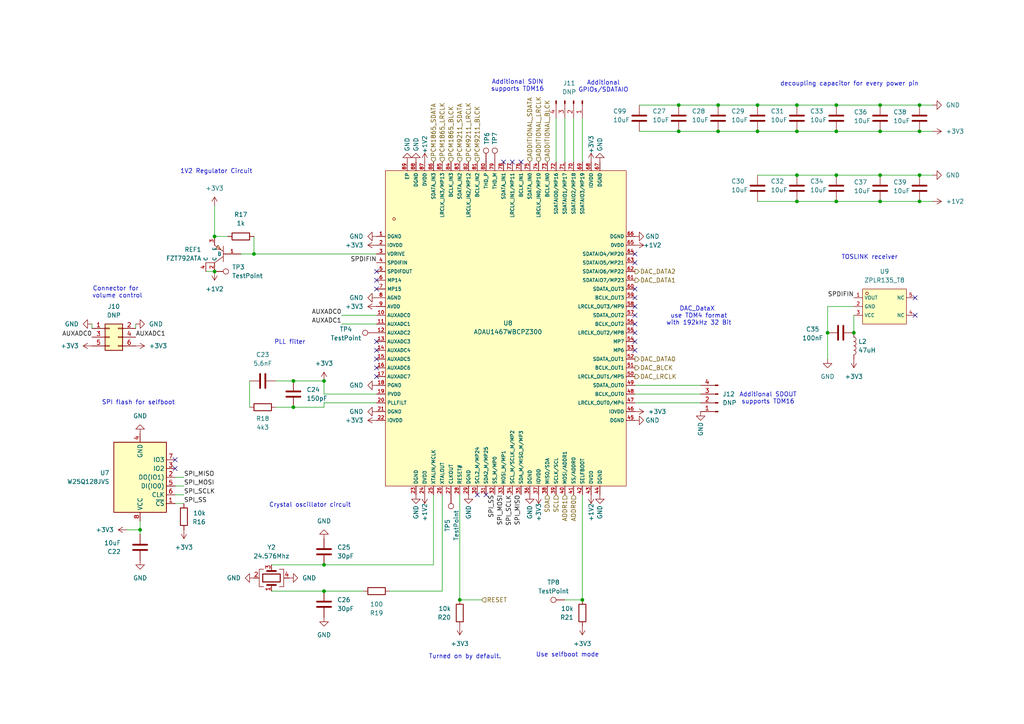
<source format=kicad_sch>
(kicad_sch (version 20231120) (generator "eeschema") (generator_version "8.0")
  (paper "A4")
  (lib_symbols
    (symbol "Connector:TestPoint" (pin_numbers hide) (pin_names (offset 0.762) hide)
      (property "Reference" "TP" (at 0 6.858 0))
      (property "Value" "TestPoint" (at 0 5.08 0))
      (symbol "TestPoint_0_1"
        (circle (center 0 3.302) (radius 0.762))
      )
      (symbol "TestPoint_1_1"
        (pin passive line (at 0 0 90) (length 2.54) (name "1") (number "1"))
      )
    )
    (symbol "Connector_Generic:Conn_02x03_Odd_Even" (pin_names (offset 1.016) hide)
      (property "Reference" "J" (at 1.27 5.08 0))
      (property "Value" "Conn_02x03_Odd_Even" (at 1.27 -5.08 0))
      (symbol "Conn_02x03_Odd_Even_1_1"
        (rectangle (start -1.27 -2.413) (end 0 -2.667) (stroke (width 0.1524)))
        (rectangle (start -1.27 0.127) (end 0 -0.127) (stroke (width 0.1524)))
        (rectangle (start -1.27 2.667) (end 0 2.413) (stroke (width 0.1524)))
        (rectangle (start -1.27 3.81) (end 3.81 -3.81) (stroke (width 0.254)) (fill (type background)))
        (rectangle (start 3.81 -2.413) (end 2.54 -2.667) (stroke (width 0.1524)))
        (rectangle (start 3.81 0.127) (end 2.54 -0.127) (stroke (width 0.1524)))
        (rectangle (start 3.81 2.667) (end 2.54 2.413) (stroke (width 0.1524)))
        (pin passive line (at -5.08 2.54 0) (length 3.81) (name "Pin_1") (number "1"))
        (pin passive line (at 7.62 2.54 180) (length 3.81) (name "Pin_2") (number "2"))
        (pin passive line (at -5.08 0 0) (length 3.81) (name "Pin_3") (number "3"))
        (pin passive line (at 7.62 0 180) (length 3.81) (name "Pin_4") (number "4"))
        (pin passive line (at -5.08 -2.54 0) (length 3.81) (name "Pin_5") (number "5"))
        (pin passive line (at 7.62 -2.54 180) (length 3.81) (name "Pin_6") (number "6"))
      )
    )
    (symbol "Endstufe:+3V3" (power) (pin_names (offset 0))
      (property "Value" "+3V3" (at 0 3.556 0))
      (symbol "+3V3_0_1"
        (polyline (pts (xy -0.762 1.27) (xy 0 2.54)))
        (polyline (pts (xy 0 0) (xy 0 2.54)))
        (polyline (pts (xy 0 2.54) (xy 0.762 1.27)))
      )
      (symbol "+3V3_1_1"
        (pin power_in line (at 0 0 90) (length 0) hide (name "+3V3") (number "1"))
      )
    )
    (symbol "Endstufe:ADAU1463WBCPZ300"
      (property "Reference" "U" (at 0 1.27 0))
      (property "Value" "ADAU1463WBCPZ300" (at 0 -2.54 0))
      (symbol "ADAU1463WBCPZ300_0_1"
        (rectangle (start -35.5601 45.7201) (end 34.2901 -45.7201) (fill (type background)))
        (circle (center -33.0201 31.7501) (radius 0.381) (fill (type background)))
        (pin unspecified line (at -38.1 26.67 0) (length 2.54) (name "DGND") (number "1"))
        (pin unspecified line (at -38.1 3.81 0) (length 2.54) (name "AUXADC0") (number "10"))
        (pin unspecified line (at -38.1 1.27 0) (length 2.54) (name "AUXADC1") (number "11"))
        (pin unspecified line (at -38.1 -1.27 0) (length 2.54) (name "AUXADC2") (number "12"))
        (pin unspecified line (at -38.1 -3.81 0) (length 2.54) (name "AUXADC3") (number "13"))
        (pin unspecified line (at -38.1 -6.35 0) (length 2.54) (name "AUXADC4") (number "14"))
        (pin unspecified line (at -38.1 -8.89 0) (length 2.54) (name "AUXADC5") (number "15"))
        (pin unspecified line (at -38.1 -11.43 0) (length 2.54) (name "AUXADC6") (number "16"))
        (pin unspecified line (at -38.1 -13.97 0) (length 2.54) (name "AUXADC7") (number "17"))
        (pin unspecified line (at -38.1 -16.51 0) (length 2.54) (name "PGND") (number "18"))
        (pin unspecified line (at -38.1 -19.05 0) (length 2.54) (name "PVDD") (number "19"))
        (pin unspecified line (at -38.1 24.13 0) (length 2.54) (name "IOVDD") (number "2"))
        (pin unspecified line (at -38.1 -21.59 0) (length 2.54) (name "PLLFILT") (number "20"))
        (pin unspecified line (at -38.1 -24.13 0) (length 2.54) (name "DGND") (number "21"))
        (pin unspecified line (at -38.1 -26.67 0) (length 2.54) (name "IOVDD") (number "22"))
        (pin unspecified line (at -26.67 -48.26 90) (length 2.54) (name "DGND") (number "23"))
        (pin unspecified line (at -24.13 -48.26 90) (length 2.54) (name "DVDD") (number "24"))
        (pin unspecified line (at -21.59 -48.26 90) (length 2.54) (name "XTALIN/MCLK") (number "25"))
        (pin unspecified line (at -19.05 -48.26 90) (length 2.54) (name "XTALOUT") (number "26"))
        (pin unspecified line (at -16.51 -48.26 90) (length 2.54) (name "CLKOUT") (number "27"))
        (pin unspecified line (at -13.97 -48.26 90) (length 2.54) (name "RESET#") (number "28"))
        (pin unspecified line (at -11.43 -48.26 90) (length 2.54) (name "DGND") (number "29"))
        (pin unspecified line (at -38.1 21.59 0) (length 2.54) (name "VDRIVE") (number "3"))
        (pin unspecified line (at -8.89 -48.26 90) (length 2.54) (name "SCL2_M/MP24") (number "30"))
        (pin unspecified line (at -6.35 -48.26 90) (length 2.54) (name "SDA2_M/MP25") (number "31"))
        (pin unspecified line (at -3.81 -48.26 90) (length 2.54) (name "SS_M/MP0") (number "32"))
        (pin unspecified line (at -1.27 -48.26 90) (length 2.54) (name "MOSI_M/MP1") (number "33"))
        (pin unspecified line (at 1.27 -48.26 90) (length 2.54) (name "SCL_M/SCLK_M/MP2") (number "34"))
        (pin unspecified line (at 3.81 -48.26 90) (length 2.54) (name "SDA_M/MISO_M/MP3") (number "35"))
        (pin unspecified line (at 6.35 -48.26 90) (length 2.54) (name "DGND") (number "36"))
        (pin unspecified line (at 8.89 -48.26 90) (length 2.54) (name "IOVDD") (number "37"))
        (pin unspecified line (at 11.43 -48.26 90) (length 2.54) (name "MISO/SDA") (number "38"))
        (pin unspecified line (at 13.97 -48.26 90) (length 2.54) (name "SCLK/SCL") (number "39"))
        (pin unspecified line (at -38.1 19.05 0) (length 2.54) (name "SPDIFIN") (number "4"))
        (pin unspecified line (at 16.51 -48.26 90) (length 2.54) (name "MOSI/ADDR1") (number "40"))
        (pin unspecified line (at 19.05 -48.26 90) (length 2.54) (name "SS/ADDR0") (number "41"))
        (pin unspecified line (at 21.59 -48.26 90) (length 2.54) (name "SELFBOOT") (number "42"))
        (pin unspecified line (at 24.13 -48.26 90) (length 2.54) (name "DVDD") (number "43"))
        (pin unspecified line (at 26.67 -48.26 90) (length 2.54) (name "DGND") (number "44"))
        (pin unspecified line (at 36.83 -26.67 180) (length 2.54) (name "DGND") (number "45"))
        (pin unspecified line (at 36.83 -24.13 180) (length 2.54) (name "IOVDD") (number "46"))
        (pin unspecified line (at 36.83 -21.59 180) (length 2.54) (name "LRCLK_OUT0/MP4") (number "47"))
        (pin unspecified line (at 36.83 -19.05 180) (length 2.54) (name "BCLK_OUT0") (number "48"))
        (pin unspecified line (at 36.83 -16.51 180) (length 2.54) (name "SDATA_OUT0") (number "49"))
        (pin unspecified line (at -38.1 16.51 0) (length 2.54) (name "SPDIFOUT") (number "5"))
        (pin unspecified line (at 36.83 -13.97 180) (length 2.54) (name "LRCLK_OUT1/MP5") (number "50"))
        (pin unspecified line (at 36.83 -11.43 180) (length 2.54) (name "BCLK_OUT1") (number "51"))
        (pin unspecified line (at 36.83 -8.89 180) (length 2.54) (name "SDATA_OUT1") (number "52"))
        (pin unspecified line (at 36.83 -6.35 180) (length 2.54) (name "MP6") (number "53"))
        (pin unspecified line (at 36.83 -3.81 180) (length 2.54) (name "MP7") (number "54"))
        (pin unspecified line (at 36.83 -1.27 180) (length 2.54) (name "LRCLK_OUT2/MP8") (number "55"))
        (pin unspecified line (at 36.83 1.27 180) (length 2.54) (name "BCLK_OUT2") (number "56"))
        (pin unspecified line (at 36.83 3.81 180) (length 2.54) (name "SDATA_OUT2") (number "57"))
        (pin unspecified line (at 36.83 6.35 180) (length 2.54) (name "LRCLK_OUT3/MP9") (number "58"))
        (pin unspecified line (at 36.83 8.89 180) (length 2.54) (name "BCLK_OUT3") (number "59"))
        (pin unspecified line (at -38.1 13.97 0) (length 2.54) (name "MP14") (number "6"))
        (pin unspecified line (at 36.83 11.43 180) (length 2.54) (name "SDATA_OUT3") (number "60"))
        (pin unspecified line (at 36.83 13.97 180) (length 2.54) (name "SDATAIO7/MP23") (number "61"))
        (pin unspecified line (at 36.83 16.51 180) (length 2.54) (name "SDATAIO6/MP22") (number "62"))
        (pin unspecified line (at 36.83 19.05 180) (length 2.54) (name "SDATAIO5/MP21") (number "63"))
        (pin unspecified line (at 36.83 21.59 180) (length 2.54) (name "SDATAIO4/MP20") (number "64"))
        (pin unspecified line (at 36.83 24.13 180) (length 2.54) (name "DVDD") (number "65"))
        (pin unspecified line (at 36.83 26.67 180) (length 2.54) (name "DGND") (number "66"))
        (pin unspecified line (at 26.67 48.26 270) (length 2.54) (name "DGND") (number "67"))
        (pin unspecified line (at 24.13 48.26 270) (length 2.54) (name "IOVDD") (number "68"))
        (pin unspecified line (at 21.59 48.26 270) (length 2.54) (name "SDATAIO3/MP19") (number "69"))
        (pin unspecified line (at -38.1 11.43 0) (length 2.54) (name "MP15") (number "7"))
        (pin unspecified line (at 19.05 48.26 270) (length 2.54) (name "SDATAIO2/MP18") (number "70"))
        (pin unspecified line (at 16.51 48.26 270) (length 2.54) (name "SDATAIO1/MP17") (number "71"))
        (pin unspecified line (at 13.97 48.26 270) (length 2.54) (name "SDATAIO0/MP16") (number "72"))
        (pin unspecified line (at 11.43 48.26 270) (length 2.54) (name "BCLK_IN0") (number "73"))
        (pin unspecified line (at 8.89 48.26 270) (length 2.54) (name "LRCLK_IN0/MP10") (number "74"))
        (pin unspecified line (at 6.35 48.26 270) (length 2.54) (name "SDATA_IN0") (number "75"))
        (pin unspecified line (at 3.81 48.26 270) (length 2.54) (name "BCLK_IN1") (number "76"))
        (pin unspecified line (at 1.27 48.26 270) (length 2.54) (name "LRCLK_IN1/MP11") (number "77"))
        (pin unspecified line (at -1.27 48.26 270) (length 2.54) (name "SDATA_IN1") (number "78"))
        (pin unspecified line (at -3.81 48.26 270) (length 2.54) (name "THD_M") (number "79"))
        (pin unspecified line (at -38.1 8.89 0) (length 2.54) (name "AGND") (number "8"))
        (pin unspecified line (at -6.35 48.26 270) (length 2.54) (name "THD_P") (number "80"))
        (pin unspecified line (at -8.89 48.26 270) (length 2.54) (name "BCLK_IN2") (number "81"))
        (pin unspecified line (at -11.43 48.26 270) (length 2.54) (name "LRCLK_IN2/MP12") (number "82"))
        (pin unspecified line (at -13.97 48.26 270) (length 2.54) (name "SDATA_IN2") (number "83"))
        (pin unspecified line (at -16.51 48.26 270) (length 2.54) (name "BCLK_IN3") (number "84"))
        (pin unspecified line (at -19.05 48.26 270) (length 2.54) (name "LRCLK_IN3/MP13") (number "85"))
        (pin unspecified line (at -21.59 48.26 270) (length 2.54) (name "SDATA_IN3") (number "86"))
        (pin unspecified line (at -24.13 48.26 270) (length 2.54) (name "DVDD") (number "87"))
        (pin unspecified line (at -26.67 48.26 270) (length 2.54) (name "DGND") (number "88"))
        (pin unspecified line (at -29.21 48.26 270) (length 2.54) (name "EP") (number "89"))
        (pin unspecified line (at -38.1 6.35 0) (length 2.54) (name "AVDD") (number "9"))
      )
    )
    (symbol "Endstufe:C" (pin_numbers hide) (pin_names (offset 0.254))
      (property "Reference" "C" (at 0.635 2.54 0))
      (property "Value" "C" (at 0.635 -2.54 0))
      (symbol "C_0_1"
        (polyline (pts (xy -2.032 -0.762) (xy 2.032 -0.762)) (stroke (width 0.508)))
        (polyline (pts (xy -2.032 0.762) (xy 2.032 0.762)) (stroke (width 0.508)))
      )
      (symbol "C_1_1"
        (pin passive line (at 0 3.81 270) (length 2.794) (name "~") (number "1"))
        (pin passive line (at 0 -3.81 90) (length 2.794) (name "~") (number "2"))
      )
    )
    (symbol "Endstufe:Conn_01x04_Pin" (pin_names (offset 1.016) hide)
      (property "Reference" "J" (at 0 5.08 0))
      (property "Value" "Conn_01x04_Pin" (at 0 -7.62 0))
      (symbol "Conn_01x04_Pin_1_1"
        (polyline (pts (xy 1.27 -5.08) (xy 0.8636 -5.08)) (stroke (width 0.1524)))
        (polyline (pts (xy 1.27 -2.54) (xy 0.8636 -2.54)) (stroke (width 0.1524)))
        (polyline (pts (xy 1.27 0) (xy 0.8636 0)) (stroke (width 0.1524)))
        (polyline (pts (xy 1.27 2.54) (xy 0.8636 2.54)) (stroke (width 0.1524)))
        (rectangle (start 0.8636 -4.953) (end 0 -5.207) (stroke (width 0.1524)) (fill (type outline)))
        (rectangle (start 0.8636 -2.413) (end 0 -2.667) (stroke (width 0.1524)) (fill (type outline)))
        (rectangle (start 0.8636 0.127) (end 0 -0.127) (stroke (width 0.1524)) (fill (type outline)))
        (rectangle (start 0.8636 2.667) (end 0 2.413) (stroke (width 0.1524)) (fill (type outline)))
        (pin passive line (at 5.08 2.54 180) (length 3.81) (name "Pin_1") (number "1"))
        (pin passive line (at 5.08 0 180) (length 3.81) (name "Pin_2") (number "2"))
        (pin passive line (at 5.08 -2.54 180) (length 3.81) (name "Pin_3") (number "3"))
        (pin passive line (at 5.08 -5.08 180) (length 3.81) (name "Pin_4") (number "4"))
      )
    )
    (symbol "Endstufe:Crystal_GND24" (pin_names (offset 1.016) hide)
      (property "Reference" "Y" (at 3.175 5.08 0))
      (property "Value" "Crystal_GND24" (at 3.175 3.175 0))
      (symbol "Crystal_GND24_0_1"
        (rectangle (start -1.143 2.54) (end 1.143 -2.54) (stroke (width 0.3048)))
        (polyline (pts (xy -2.54 0) (xy -2.032 0)))
        (polyline (pts (xy -2.032 -1.27) (xy -2.032 1.27)) (stroke (width 0.508)))
        (polyline (pts (xy 0 -3.81) (xy 0 -3.556)))
        (polyline (pts (xy 0 3.556) (xy 0 3.81)))
        (polyline (pts (xy 2.032 -1.27) (xy 2.032 1.27)) (stroke (width 0.508)))
        (polyline (pts (xy 2.032 0) (xy 2.54 0)))
        (polyline (pts (xy -2.54 -2.286) (xy -2.54 -3.556) (xy 2.54 -3.556) (xy 2.54 -2.286)))
        (polyline (pts (xy -2.54 2.286) (xy -2.54 3.556) (xy 2.54 3.556) (xy 2.54 2.286)))
      )
      (symbol "Crystal_GND24_1_1"
        (pin passive line (at -3.81 0 0) (length 1.27) (name "1") (number "1"))
        (pin passive line (at 0 5.08 270) (length 1.27) (name "2") (number "2"))
        (pin passive line (at 3.81 0 180) (length 1.27) (name "3") (number "3"))
        (pin passive line (at 0 -5.08 90) (length 1.27) (name "4") (number "4"))
      )
    )
    (symbol "Endstufe:FZT792ATA"
      (property "Reference" "REF" (at -3.556 8.382 0))
      (property "Value" "FZT792ATA" (at -3.556 6.35 0))
      (symbol "FZT792ATA_0_1"
        (polyline (pts (xy 1.27 -0.762) (xy 3.81 -2.54)))
        (polyline (pts (xy 1.27 2.286) (xy 1.27 -2.286)))
        (polyline (pts (xy 3.81 2.54) (xy 1.27 0.762)))
        (polyline (pts (xy 3.81 2.54) (xy 6.35 2.54)))
        (polyline (pts (xy 2.032 -1.27) (xy 2.794 -2.54) (xy 3.556 -1.524) (xy 2.032 -1.27)) (fill (type background)))
        (pin unspecified line (at -3.81 0 0) (length 5.08) (name "B") (number "1"))
        (pin unspecified line (at 3.81 5.08 270) (length 2.54) (name "C") (number "2"))
        (pin unspecified line (at 3.81 -5.08 90) (length 2.54) (name "E") (number "3"))
        (pin unspecified line (at 6.35 5.08 270) (length 2.54) (name "C") (number "4"))
      )
    )
    (symbol "Endstufe:GND" (power) (pin_names (offset 0))
      (property "Value" "GND" (at 0 -3.81 0))
      (symbol "GND_0_1"
        (polyline (pts (xy 0 0) (xy 0 -1.27) (xy 1.27 -1.27) (xy 0 -2.54) (xy -1.27 -1.27) (xy 0 -1.27)))
      )
      (symbol "GND_1_1"
        (pin power_in line (at 0 0 270) (length 0) hide (name "GND") (number "1"))
      )
    )
    (symbol "Endstufe:L" (pin_numbers hide) (pin_names (offset 1.016) hide)
      (property "Reference" "L" (at -1.27 0 90))
      (property "Value" "L" (at 1.905 0 90))
      (symbol "L_0_1"
        (arc (start 0 -2.54) (mid 0.6323 -1.905) (end 0 -1.27))
        (arc (start 0 -1.27) (mid 0.6323 -0.635) (end 0 0))
        (arc (start 0 0) (mid 0.6323 0.635) (end 0 1.27))
        (arc (start 0 1.27) (mid 0.6323 1.905) (end 0 2.54))
      )
      (symbol "L_1_1"
        (pin passive line (at 0 3.81 270) (length 1.27) (name "1") (number "1"))
        (pin passive line (at 0 -3.81 90) (length 1.27) (name "2") (number "2"))
      )
    )
    (symbol "Endstufe:R" (pin_numbers hide) (pin_names (offset 0))
      (property "Reference" "R" (at 2.032 0 90))
      (property "Value" "R" (at 0 0 90))
      (symbol "R_0_1"
        (rectangle (start -1.016 -2.54) (end 1.016 2.54) (stroke (width 0.254)))
      )
      (symbol "R_1_1"
        (pin passive line (at 0 3.81 270) (length 1.27) (name "~") (number "1"))
        (pin passive line (at 0 -3.81 90) (length 1.27) (name "~") (number "2"))
      )
    )
    (symbol "Endstufe:W25Q128JVS"
      (property "Reference" "U" (at -8.89 8.89 0))
      (property "Value" "W25Q128JVS" (at 7.62 8.89 0))
      (symbol "W25Q128JVS_0_1"
        (rectangle (start -7.62 10.16) (end 7.62 -10.16) (stroke (width 0.254)) (fill (type background)))
      )
      (symbol "W25Q128JVS_1_1"
        (pin input line (at -10.16 7.62 0) (length 2.54) (name "~{CS}") (number "1"))
        (pin bidirectional line (at -10.16 0 0) (length 2.54) (name "DO(IO1)") (number "2"))
        (pin bidirectional line (at -10.16 -2.54 0) (length 2.54) (name "IO2") (number "3"))
        (pin power_in line (at 0 -12.7 90) (length 2.54) (name "GND") (number "4"))
        (pin bidirectional line (at -10.16 2.54 0) (length 2.54) (name "DI(IO0)") (number "5"))
        (pin input line (at -10.16 5.08 0) (length 2.54) (name "CLK") (number "6"))
        (pin bidirectional line (at -10.16 -5.08 0) (length 2.54) (name "IO3") (number "7"))
        (pin power_in line (at 0 12.7 270) (length 2.54) (name "VCC") (number "8"))
      )
    )
    (symbol "Endstufe:ZPLR135_T8"
      (property "Reference" "U" (at 0 1.27 0))
      (property "Value" "ZPLR135_T8" (at 0 -2.54 0))
      (symbol "ZPLR135_T8_0_1"
        (rectangle (start -6.35 5.08) (end 6.35 -5.08) (fill (type background)))
        (circle (center -5.08 3.81) (radius 0.381) (fill (type background)))
        (pin unspecified line (at -8.89 2.54 0) (length 2.54) (name "VOUT") (number "1"))
        (pin unspecified line (at -8.89 0 0) (length 2.54) (name "GND") (number "2"))
        (pin unspecified line (at -8.89 -2.54 0) (length 2.54) (name "VCC") (number "3"))
        (pin unspecified line (at 8.89 -2.54 180) (length 2.54) (name "NC") (number "4"))
        (pin unspecified line (at 8.89 2.54 180) (length 2.54) (name "NC") (number "5"))
      )
    )
    (symbol "power:+1V2" (power) (pin_numbers hide) (pin_names (offset 0) hide)
      (property "Value" "+1V2" (at 0 3.556 0))
      (symbol "+1V2_0_1"
        (polyline (pts (xy -0.762 1.27) (xy 0 2.54)))
        (polyline (pts (xy 0 0) (xy 0 2.54)))
        (polyline (pts (xy 0 2.54) (xy 0.762 1.27)))
      )
      (symbol "+1V2_1_1"
        (pin power_in line (at 0 0 90) (length 0) (name "~") (number "1"))
      )
    )
  )
  (junction (at 231.14 38.1))
  (junction (at 40.64 153.67))
  (junction (at 133.35 173.99))
  (junction (at 168.91 173.99))
  (junction (at 266.7 30.48))
  (junction (at 242.57 30.48))
  (junction (at 93.98 171.45))
  (junction (at 242.57 58.42))
  (junction (at 255.27 58.42))
  (junction (at 85.09 118.11))
  (junction (at 266.7 38.1))
  (junction (at 196.85 38.1))
  (junction (at 231.14 30.48))
  (junction (at 93.98 163.83))
  (junction (at 255.27 30.48))
  (junction (at 85.09 110.49))
  (junction (at 196.85 30.48))
  (junction (at 93.98 110.49))
  (junction (at 242.57 50.8))
  (junction (at 208.28 38.1))
  (junction (at 266.7 50.8))
  (junction (at 231.14 58.42))
  (junction (at 231.14 50.8))
  (junction (at 242.57 38.1))
  (junction (at 62.23 68.58))
  (junction (at 255.27 50.8))
  (junction (at 266.7 58.42))
  (junction (at 247.65 96.52))
  (junction (at 208.28 30.48))
  (junction (at 219.71 38.1))
  (junction (at 73.66 73.66))
  (junction (at 62.23 78.74))
  (junction (at 219.71 30.48))
  (junction (at 240.03 96.52))
  (junction (at 255.27 38.1))
  (no_connect (at 184.15 76.2))
  (no_connect (at 184.15 86.36))
  (no_connect (at 184.15 73.66))
  (no_connect (at 148.59 46.99))
  (no_connect (at 184.15 88.9))
  (no_connect (at 109.22 109.22))
  (no_connect (at 184.15 83.82))
  (no_connect (at 184.15 91.44))
  (no_connect (at 151.13 46.99))
  (no_connect (at 50.8 133.35))
  (no_connect (at 184.15 96.52))
  (no_connect (at 265.43 91.44))
  (no_connect (at 50.8 135.89))
  (no_connect (at 184.15 99.06))
  (no_connect (at 109.22 99.06))
  (no_connect (at 265.43 86.36))
  (no_connect (at 184.15 101.6))
  (no_connect (at 140.97 143.51))
  (no_connect (at 109.22 78.74))
  (no_connect (at 109.22 81.28))
  (no_connect (at 109.22 104.14))
  (no_connect (at 146.05 46.99))
  (no_connect (at 109.22 83.82))
  (no_connect (at 138.43 143.51))
  (no_connect (at 184.15 93.98))
  (no_connect (at 109.22 101.6))
  (no_connect (at 109.22 106.68))
  (wire (pts (xy 53.34 138.43) (xy 50.8 138.43)))
  (wire (pts (xy 99.06 93.98) (xy 109.22 93.98)))
  (wire (pts (xy 270.51 38.1) (xy 266.7 38.1)))
  (wire (pts (xy 242.57 58.42) (xy 255.27 58.42)))
  (wire (pts (xy 40.64 153.67) (xy 40.64 151.13)))
  (wire (pts (xy 255.27 58.42) (xy 266.7 58.42)))
  (wire (pts (xy 128.27 171.45) (xy 128.27 143.51)))
  (wire (pts (xy 255.27 50.8) (xy 266.7 50.8)))
  (wire (pts (xy 36.83 153.67) (xy 40.64 153.67)))
  (wire (pts (xy 231.14 58.42) (xy 242.57 58.42)))
  (wire (pts (xy 73.66 68.58) (xy 73.66 73.66)))
  (wire (pts (xy 231.14 50.8) (xy 242.57 50.8)))
  (wire (pts (xy 53.34 146.05) (xy 50.8 146.05)))
  (wire (pts (xy 26.67 93.98) (xy 26.67 95.25)))
  (wire (pts (xy 247.65 91.44) (xy 247.65 96.52)))
  (wire (pts (xy 80.01 118.11) (xy 85.09 118.11)))
  (wire (pts (xy 184.15 114.3) (xy 203.2 114.3)))
  (wire (pts (xy 240.03 96.52) (xy 240.03 104.14)))
  (wire (pts (xy 62.23 59.69) (xy 62.23 68.58)))
  (wire (pts (xy 163.83 34.29) (xy 163.83 46.99)))
  (wire (pts (xy 40.64 154.94) (xy 40.64 153.67)))
  (wire (pts (xy 231.14 30.48) (xy 242.57 30.48)))
  (wire (pts (xy 247.65 88.9) (xy 240.03 88.9)))
  (wire (pts (xy 72.39 110.49) (xy 72.39 118.11)))
  (wire (pts (xy 219.71 30.48) (xy 231.14 30.48)))
  (wire (pts (xy 113.03 171.45) (xy 128.27 171.45)))
  (wire (pts (xy 255.27 30.48) (xy 266.7 30.48)))
  (wire (pts (xy 270.51 58.42) (xy 266.7 58.42)))
  (wire (pts (xy 242.57 50.8) (xy 255.27 50.8)))
  (wire (pts (xy 105.41 171.45) (xy 93.98 171.45)))
  (wire (pts (xy 85.09 118.11) (xy 93.98 118.11)))
  (wire (pts (xy 184.15 116.84) (xy 203.2 116.84)))
  (wire (pts (xy 53.34 140.97) (xy 50.8 140.97)))
  (wire (pts (xy 53.34 143.51) (xy 50.8 143.51)))
  (wire (pts (xy 231.14 38.1) (xy 242.57 38.1)))
  (wire (pts (xy 185.42 38.1) (xy 196.85 38.1)))
  (wire (pts (xy 39.37 93.98) (xy 39.37 95.25)))
  (wire (pts (xy 99.06 91.44) (xy 109.22 91.44)))
  (wire (pts (xy 270.51 30.48) (xy 266.7 30.48)))
  (wire (pts (xy 93.98 171.45) (xy 78.74 171.45)))
  (wire (pts (xy 59.69 78.74) (xy 62.23 78.74)))
  (wire (pts (xy 185.42 30.48) (xy 196.85 30.48)))
  (wire (pts (xy 208.28 38.1) (xy 219.71 38.1)))
  (wire (pts (xy 93.98 163.83) (xy 125.73 163.83)))
  (wire (pts (xy 168.91 34.29) (xy 168.91 46.99)))
  (wire (pts (xy 93.98 114.3) (xy 93.98 110.49)))
  (wire (pts (xy 69.85 73.66) (xy 73.66 73.66)))
  (wire (pts (xy 219.71 50.8) (xy 231.14 50.8)))
  (wire (pts (xy 125.73 143.51) (xy 125.73 163.83)))
  (wire (pts (xy 255.27 38.1) (xy 266.7 38.1)))
  (wire (pts (xy 242.57 30.48) (xy 255.27 30.48)))
  (wire (pts (xy 133.35 143.51) (xy 133.35 173.99)))
  (wire (pts (xy 242.57 38.1) (xy 255.27 38.1)))
  (wire (pts (xy 196.85 38.1) (xy 208.28 38.1)))
  (wire (pts (xy 240.03 88.9) (xy 240.03 96.52)))
  (wire (pts (xy 66.04 68.58) (xy 62.23 68.58)))
  (wire (pts (xy 73.66 73.66) (xy 109.22 73.66)))
  (wire (pts (xy 85.09 110.49) (xy 93.98 110.49)))
  (wire (pts (xy 93.98 114.3) (xy 109.22 114.3)))
  (wire (pts (xy 184.15 111.76) (xy 203.2 111.76)))
  (wire (pts (xy 196.85 30.48) (xy 208.28 30.48)))
  (wire (pts (xy 166.37 34.29) (xy 166.37 46.99)))
  (wire (pts (xy 270.51 50.8) (xy 266.7 50.8)))
  (wire (pts (xy 219.71 38.1) (xy 231.14 38.1)))
  (wire (pts (xy 219.71 58.42) (xy 231.14 58.42)))
  (wire (pts (xy 93.98 163.83) (xy 78.74 163.83)))
  (wire (pts (xy 80.01 110.49) (xy 85.09 110.49)))
  (wire (pts (xy 109.22 116.84) (xy 93.98 116.84)))
  (wire (pts (xy 168.91 143.51) (xy 168.91 173.99)))
  (wire (pts (xy 208.28 30.48) (xy 219.71 30.48)))
  (wire (pts (xy 133.35 173.99) (xy 139.7 173.99)))
  (wire (pts (xy 163.83 173.99) (xy 168.91 173.99)))
  (wire (pts (xy 161.29 34.29) (xy 161.29 46.99)))
  (wire (pts (xy 93.98 116.84) (xy 93.98 118.11)))
  (text "Crystal oscillator circuit" (at 89.916 146.558 0) (effects (font (size 1.27 1.27))))
  (text "DAC_DataX \nuse TDM4 format\nwith 192kHz 32 Bit" (at 202.692 91.694 0) (effects (font (size 1.27 1.27))))
  (text "decoupling capacitor for every power pin" (at 246.38 24.384 0) (effects (font (size 1.27 1.27))))
  (text "Connector for \nvolume control" (at 34.036 84.836 0) (effects (font (size 1.27 1.27))))
  (text "SPI flash for selfboot" (at 40.132 116.84 0) (effects (font (size 1.27 1.27))))
  (text "Turned on by default.\n" (at 134.874 190.5 0) (effects (font (size 1.27 1.27))))
  (text "Additional SDOUT\nsupports TDM16" (at 222.758 115.57 0) (effects (font (size 1.27 1.27))))
  (text "Additional\nGPIOs/SDATAIO" (at 175.006 25.146 0) (effects (font (size 1.27 1.27))))
  (text "1V2 Regulator Circuit" (at 62.738 49.784 0) (effects (font (size 1.27 1.27))))
  (text "PLL filter" (at 84.074 99.314 0) (effects (font (size 1.27 1.27))))
  (text "Additional SDIN\nsupports TDM16" (at 150.114 24.892 0) (effects (font (size 1.27 1.27))))
  (text "TOSLINK receiver" (at 252.222 74.676 0) (effects (font (size 1.27 1.27))))
  (text "Use selfboot mode" (at 164.592 189.992 0) (effects (font (size 1.27 1.27))))
  (label "SPDIFIN" (at 109.22 76.2 180))
  (label "SPI_SCLK" (at 148.59 143.51 270))
  (label "AUXADC1" (at 39.37 97.79 0))
  (label "AUXADC1" (at 99.06 93.98 180))
  (label "SPI_MISO" (at 53.34 138.43 0))
  (label "SPI_SS" (at 53.34 146.05 0))
  (label "AUXADC0" (at 99.06 91.44 180))
  (label "SPI_MOSI" (at 146.05 143.51 270))
  (label "SPI_SS" (at 143.51 143.51 270))
  (label "SPI_SCLK" (at 53.34 143.51 0))
  (label "SPI_MISO" (at 151.13 143.51 270))
  (label "AUXADC0" (at 26.67 97.79 180))
  (label "SPDIFIN" (at 247.65 86.36 180))
  (label "SPI_MOSI" (at 53.34 140.97 0))
  (hierarchical_label "PCM9211_SDATA" (shape input) (at 133.35 46.99 90))
  (hierarchical_label "ADDITIONAL_BLCK" (shape input) (at 158.75 46.99 90))
  (hierarchical_label "DAC_DATA0" (shape output) (at 184.15 104.14 0))
  (hierarchical_label "PCM9211_BLCK" (shape input) (at 138.43 46.99 90))
  (hierarchical_label "DAC_DATA1" (shape output) (at 184.15 81.28 0))
  (hierarchical_label "PCM1865_SDATA" (shape input) (at 125.73 46.99 90))
  (hierarchical_label "SCL" (shape input) (at 161.29 143.51 270))
  (hierarchical_label "PCM1865_BLCK" (shape input) (at 130.81 46.99 90))
  (hierarchical_label "ADDR0" (shape input) (at 166.37 143.51 270))
  (hierarchical_label "DAC_BLCK" (shape output) (at 184.15 106.68 0))
  (hierarchical_label "PCM1865_LRCLK" (shape input) (at 128.27 46.99 90))
  (hierarchical_label "DAC_DATA2" (shape output) (at 184.15 78.74 0))
  (hierarchical_label "ADDR1" (shape input) (at 163.83 143.51 270))
  (hierarchical_label "RESET" (shape input) (at 139.7 173.99 0))
  (hierarchical_label "PCM9211_LRCLK" (shape input) (at 135.89 46.99 90))
  (hierarchical_label "ADDITIONAL_LRCLK" (shape input) (at 156.21 46.99 90))
  (hierarchical_label "DAC_LRCLK" (shape output) (at 184.15 109.22 0))
  (hierarchical_label "SDA" (shape input) (at 158.75 143.51 270))
  (hierarchical_label "ADDITIONAL_SDATA" (shape input) (at 153.67 46.99 90))
  (symbol (lib_id "Endstufe:GND") (at 153.67 143.51 0) (unit 1)
    (property "Reference" "#PWR064" (effects (hide yes)))
    (property "Value" "GND" (at 153.67 148.59 90))
    (property "Description" "Power symbol creates a global label with name \"GND\" , ground" (effects (hide yes)))
  )
  (symbol (lib_id "power:+1V2") (at 123.19 143.51 180) (unit 1)
    (property "Reference" "#PWR061" (effects (hide yes)))
    (property "Value" "+1V2" (at 123.19 148.59 90))
    (property "Description" "Power symbol creates a global label with name \"+1V2\"" (effects (hide yes)))
  )
  (symbol (lib_id "Endstufe:R") (at 53.34 149.86 180) (unit 1)
    (property "Reference" "R16" (at 59.69 151.384 0) (effects (justify left)))
    (property "Value" "10k" (at 59.69 148.844 0) (effects (justify left)))
    (property "Footprint" "Endstufe:C_0402_1005Metric" (effects (hide yes)))
    (property "LCSC Part #" "C25744" (effects (hide yes)))
  )
  (symbol (lib_id "Connector:TestPoint") (at 140.97 46.99 0) (unit 1)
    (property "Reference" "TP6" (at 141.224 40.132 90))
    (property "Value" "TestPoint" (effects (hide yes)))
    (property "Footprint" "TestPoint:TestPoint_Pad_D1.0mm" (effects (hide yes)))
    (property "Description" "test point" (effects (hide yes)))
  )
  (symbol (lib_id "Endstufe:+3V3") (at 36.83 153.67 90) (unit 1)
    (property "Reference" "#PWR038" (effects (hide yes)))
    (property "Value" "+3V3" (at 33.02 153.6699 90) (effects (justify left)))
  )
  (symbol (lib_id "Endstufe:+3V3") (at 53.34 153.67 180) (unit 1)
    (property "Reference" "#PWR043" (effects (hide yes)))
    (property "Value" "+3V3" (at 53.34 158.75 0))
  )
  (symbol (lib_id "Endstufe:C") (at 93.98 160.02 0) (unit 1)
    (property "Reference" "C25" (at 97.79 158.75 0) (effects (justify left)))
    (property "Value" "30pF" (at 97.79 161.29 0) (effects (justify left)))
    (property "Footprint" "Endstufe:C_0402_1005Metric" (effects (hide yes)))
    (property "LCSC Part #" "C458861" (effects (hide yes)))
  )
  (symbol (lib_id "Endstufe:Conn_01x04_Pin") (at 166.37 29.21 270) (unit 1)
    (property "Reference" "J11" (at 165.1 24.13 90))
    (property "Value" "DNP" (at 165.1 26.67 90))
    (property "Footprint" "Connector_PinHeader_2.54mm:PinHeader_1x04_P2.54mm_Vertical" (effects (hide yes)))
    (property "Description" "Generic connector, single row, 01x04, script generated" (effects (hide yes)))
  )
  (symbol (lib_id "Endstufe:+3V3") (at 270.51 38.1 270) (unit 1)
    (property "Reference" "#PWR079" (effects (hide yes)))
    (property "Value" "+3V3" (at 274.32 38.0999 90) (effects (justify left)))
    (property "Description" "Power symbol creates a global label with name \"+3V3\"" (effects (hide yes)))
  )
  (symbol (lib_id "Endstufe:+3V3") (at 184.15 119.38 270) (unit 1)
    (property "Reference" "#PWR073" (effects (hide yes)))
    (property "Value" "+3V3" (at 187.96 119.3799 90) (effects (justify left)))
    (property "Description" "Power symbol creates a global label with name \"+3V3\"" (effects (hide yes)))
  )
  (symbol (lib_id "Connector:TestPoint") (at 109.22 96.52 90) (unit 1)
    (property "Reference" "TP4" (at 100.33 95.504 90))
    (property "Value" "TestPoint" (at 100.33 98.044 90))
    (property "Footprint" "TestPoint:TestPoint_Pad_D1.0mm" (effects (hide yes)))
    (property "Description" "test point" (effects (hide yes)))
  )
  (symbol (lib_id "power:+1V2") (at 123.19 46.99 0) (unit 1)
    (property "Reference" "#PWR060" (effects (hide yes)))
    (property "Value" "+1V2" (at 123.19 41.91 90))
    (property "Description" "Power symbol creates a global label with name \"+1V2\"" (effects (hide yes)))
  )
  (symbol (lib_id "Endstufe:C") (at 219.71 34.29 0) (unit 1)
    (property "Reference" "C29" (at 212.09 32.258 0) (effects (justify left)))
    (property "Value" "10uF" (at 212.09 34.798 0) (effects (justify left)))
    (property "Footprint" "Endstufe:C_0402_1005Metric" (effects (hide yes)))
    (property "Description" "Unpolarized capacitor" (effects (hide yes)))
    (property "LCSC Part #" "C15525" (effects (hide yes)))
  )
  (symbol (lib_id "Endstufe:GND") (at 120.65 143.51 0) (unit 1)
    (property "Reference" "#PWR059" (effects (hide yes)))
    (property "Value" "GND" (at 120.65 148.59 90))
    (property "Description" "Power symbol creates a global label with name \"GND\" , ground" (effects (hide yes)))
  )
  (symbol (lib_id "Endstufe:GND") (at 109.22 119.38 270) (unit 1)
    (property "Reference" "#PWR056" (effects (hide yes)))
    (property "Value" "GND" (at 105.41 119.3799 90) (effects (justify right)))
    (property "Description" "Power symbol creates a global label with name \"GND\" , ground" (effects (hide yes)))
  )
  (symbol (lib_id "Connector:TestPoint") (at 143.51 46.99 0) (unit 1)
    (property "Reference" "TP7" (at 143.51 40.132 90))
    (property "Value" "TestPoint" (effects (hide yes)))
    (property "Footprint" "TestPoint:TestPoint_Pad_D1.0mm" (effects (hide yes)))
    (property "Description" "test point" (effects (hide yes)))
  )
  (symbol (lib_id "Endstufe:Crystal_GND24") (at 78.74 167.64 90) (unit 1)
    (property "Reference" "Y2" (at 78.74 158.75 90))
    (property "Value" "24.576Mhz" (at 78.74 161.29 90))
    (property "Footprint" "Endstufe:OSC-SMD_4P-L3.2-W2.5-BL" (effects (hide yes)))
    (property "LCSC Part #" "C2901683" (effects (hide yes)))
  )
  (symbol (lib_id "Endstufe:GND") (at 109.22 86.36 270) (unit 1)
    (property "Reference" "#PWR053" (effects (hide yes)))
    (property "Value" "GND" (at 105.41 86.3599 90) (effects (justify right)))
    (property "Description" "Power symbol creates a global label with name \"GND\" , ground" (effects (hide yes)))
  )
  (symbol (lib_id "Endstufe:C") (at 266.7 34.29 0) (unit 1)
    (property "Reference" "C38" (at 259.08 32.512 0) (effects (justify left)))
    (property "Value" "10uF" (at 259.08 35.052 0) (effects (justify left)))
    (property "Footprint" "Endstufe:C_0402_1005Metric" (effects (hide yes)))
    (property "Description" "Unpolarized capacitor" (effects (hide yes)))
    (property "LCSC Part #" "C15525" (effects (hide yes)))
  )
  (symbol (lib_id "Endstufe:GND") (at 93.98 156.21 180) (unit 1)
    (property "Reference" "#PWR049" (effects (hide yes)))
    (property "Value" "GND" (at 93.98 151.13 0))
  )
  (symbol (lib_id "Connector:TestPoint") (at 163.83 173.99 90) (unit 1)
    (property "Reference" "TP8" (at 160.528 168.91 90))
    (property "Value" "TestPoint" (at 160.528 171.45 90))
    (property "Footprint" "TestPoint:TestPoint_Pad_D1.0mm" (effects (hide yes)))
    (property "Description" "test point" (effects (hide yes)))
  )
  (symbol (lib_id "Endstufe:ZPLR135_T8") (at 256.54 88.9 0) (unit 1)
    (property "Reference" "U9" (at 256.54 78.74 0))
    (property "Value" "ZPLR135_T8" (at 256.54 81.28 0))
    (property "Footprint" "CONN-TH_ZPLR135-T8" (effects (hide yes)))
    (property "Datasheet" "https://item.szlcsc.com/265251.html" (effects (hide yes)))
    (property "LCSC" "C277778" (effects (hide yes)))
  )
  (symbol (lib_id "Endstufe:GND") (at 109.22 111.76 270) (unit 1)
    (property "Reference" "#PWR055" (effects (hide yes)))
    (property "Value" "GND" (at 105.41 111.7599 90) (effects (justify right)))
    (property "Description" "Power symbol creates a global label with name \"GND\" , ground" (effects (hide yes)))
  )
  (symbol (lib_id "Endstufe:GND") (at 120.65 46.99 180) (unit 1)
    (property "Reference" "#PWR058" (effects (hide yes)))
    (property "Value" "GND" (at 120.65 41.91 90))
    (property "Description" "Power symbol creates a global label with name \"GND\" , ground" (effects (hide yes)))
  )
  (symbol (lib_id "Endstufe:+3V3") (at 39.37 100.33 270) (unit 1)
    (property "Reference" "#PWR040" (effects (hide yes)))
    (property "Value" "+3V3" (at 43.18 100.3299 90) (effects (justify left)))
    (property "Description" "Power symbol creates a global label with name \"+3V3\"" (effects (hide yes)))
  )
  (symbol (lib_id "Endstufe:+3V3") (at 93.98 110.49 0) (unit 1)
    (property "Reference" "#PWR048" (effects (hide yes)))
    (property "Value" "+3V3" (at 93.98 105.41 0))
    (property "Description" "Power symbol creates a global label with name \"+3V3\"" (effects (hide yes)))
  )
  (symbol (lib_id "Endstufe:GND") (at 109.22 68.58 270) (unit 1)
    (property "Reference" "#PWR051" (effects (hide yes)))
    (property "Value" "GND" (at 105.41 68.5799 90) (effects (justify right)))
    (property "Description" "Power symbol creates a global label with name \"GND\" , ground" (effects (hide yes)))
  )
  (symbol (lib_id "Endstufe:+3V3") (at 168.91 181.61 180) (unit 1)
    (property "Reference" "#PWR066" (effects (hide yes)))
    (property "Value" "+3V3" (at 168.91 186.69 0))
  )
  (symbol (lib_id "Endstufe:GND") (at 39.37 93.98 90) (unit 1)
    (property "Reference" "#PWR039" (effects (hide yes)))
    (property "Value" "GND" (at 43.18 93.9799 90) (effects (justify right)))
    (property "Description" "Power symbol creates a global label with name \"GND\" , ground" (effects (hide yes)))
  )
  (symbol (lib_id "Endstufe:Conn_01x04_Pin") (at 208.28 116.84 180) (unit 1)
    (property "Reference" "J12" (at 209.55 114.2999 0) (effects (justify right)))
    (property "Value" "DNP" (at 209.55 116.8399 0) (effects (justify right)))
    (property "Footprint" "Endstufe:CONN-TH_B4B-XH-2-LF-SN" (effects (hide yes)))
    (property "Description" "Generic connector, single row, 01x04, script generated" (effects (hide yes)))
  )
  (symbol (lib_id "Endstufe:C") (at 255.27 54.61 0) (unit 1)
    (property "Reference" "C37" (at 247.65 52.832 0) (effects (justify left)))
    (property "Value" "10uF" (at 247.65 55.372 0) (effects (justify left)))
    (property "Footprint" "Endstufe:C_0402_1005Metric" (effects (hide yes)))
    (property "Description" "Unpolarized capacitor" (effects (hide yes)))
    (property "LCSC Part #" "C15525" (effects (hide yes)))
  )
  (symbol (lib_id "Endstufe:C") (at 243.84 96.52 90) (unit 1)
    (property "Reference" "C35" (at 235.712 95.504 90))
    (property "Value" "100nF" (at 235.712 98.044 90))
    (property "Footprint" "Endstufe:C_0402_1005Metric" (effects (hide yes)))
    (property "LCSC Part #" "C307331" (effects (hide yes)))
  )
  (symbol (lib_id "Endstufe:GND") (at 40.64 125.73 180) (unit 1)
    (property "Reference" "#PWR041" (effects (hide yes)))
    (property "Value" "GND" (at 40.64 120.65 0))
  )
  (symbol (lib_id "Endstufe:W25Q128JVS") (at 40.64 138.43 180) (unit 1)
    (property "Reference" "U7" (at 31.75 137.1599 0) (effects (justify left)))
    (property "Value" "W25Q128JVS" (at 31.75 139.6999 0) (effects (justify left)))
    (property "Footprint" "Endstufe:SOIC-8_L5.3-W5.3-P1.27-LS8.0-BL" (effects (hide yes)))
    (property "Datasheet" "http://www.winbond.com/resource-files/w25q128jv_dtr%20revc%2003272018%20plus.pdf" (effects (hide yes)))
    (property "LCSC Part #" "C97521" (effects (hide yes)))
  )
  (symbol (lib_id "Endstufe:C") (at 185.42 34.29 0) (unit 1)
    (property "Reference" "C99" (at 177.8 32.258 0) (effects (justify left)))
    (property "Value" "10uF" (at 177.8 34.798 0) (effects (justify left)))
    (property "Footprint" "Endstufe:C_0402_1005Metric" (effects (hide yes)))
    (property "Description" "Unpolarized capacitor" (effects (hide yes)))
    (property "LCSC Part #" "C15525" (effects (hide yes)))
  )
  (symbol (lib_id "Endstufe:L") (at 247.65 100.33 0) (unit 1)
    (property "Reference" "L2" (at 248.92 99.0599 0) (effects (justify left)))
    (property "Value" "47uH" (at 248.92 101.5999 0) (effects (justify left)))
    (property "Footprint" "Inductor_SMD:L_0805_2012Metric" (effects (hide yes)))
    (property "Description" "Inductor" (effects (hide yes)))
    (property "LCSC" "C383408" (effects (hide yes)))
  )
  (symbol (lib_id "Endstufe:C") (at 93.98 175.26 0) (unit 1)
    (property "Reference" "C26" (at 97.79 173.99 0) (effects (justify left)))
    (property "Value" "30pF" (at 97.79 176.53 0) (effects (justify left)))
    (property "Footprint" "Endstufe:C_0402_1005Metric" (effects (hide yes)))
    (property "LCSC Part #" "C458861" (effects (hide yes)))
  )
  (symbol (lib_id "Endstufe:C") (at 255.27 34.29 0) (unit 1)
    (property "Reference" "C36" (at 247.65 32.512 0) (effects (justify left)))
    (property "Value" "10uF" (at 247.65 35.052 0) (effects (justify left)))
    (property "Footprint" "Endstufe:C_0402_1005Metric" (effects (hide yes)))
    (property "Description" "Unpolarized capacitor" (effects (hide yes)))
    (property "LCSC Part #" "C15525" (effects (hide yes)))
  )
  (symbol (lib_id "Endstufe:GND") (at 26.67 93.98 270) (unit 1)
    (property "Reference" "#PWR036" (effects (hide yes)))
    (property "Value" "GND" (at 22.86 93.9799 90) (effects (justify right)))
    (property "Description" "Power symbol creates a global label with name \"GND\" , ground" (effects (hide yes)))
  )
  (symbol (lib_id "Endstufe:C") (at 40.64 158.75 180) (unit 1)
    (property "Reference" "C22" (at 35.052 160.02 0) (effects (justify left)))
    (property "Value" "10uF" (at 35.052 157.48 0) (effects (justify left)))
    (property "Footprint" "Endstufe:C_0402_1005Metric" (effects (hide yes)))
    (property "Description" "Unpolarized capacitor" (effects (hide yes)))
    (property "LCSC Part #" "C15525" (effects (hide yes)))
  )
  (symbol (lib_id "Endstufe:GND") (at 118.11 46.99 180) (unit 1)
    (property "Reference" "#PWR0137" (effects (hide yes)))
    (property "Value" "GND" (at 118.11 41.91 90))
    (property "Description" "Power symbol creates a global label with name \"GND\" , ground" (effects (hide yes)))
  )
  (symbol (lib_id "Endstufe:C") (at 242.57 54.61 0) (unit 1)
    (property "Reference" "C34" (at 234.95 52.578 0) (effects (justify left)))
    (property "Value" "10uF" (at 234.95 55.118 0) (effects (justify left)))
    (property "Footprint" "Endstufe:C_0402_1005Metric" (effects (hide yes)))
    (property "Description" "Unpolarized capacitor" (effects (hide yes)))
    (property "LCSC Part #" "C15525" (effects (hide yes)))
  )
  (symbol (lib_id "Endstufe:GND") (at 270.51 50.8 90) (unit 1)
    (property "Reference" "#PWR080" (effects (hide yes)))
    (property "Value" "GND" (at 274.32 50.7999 90) (effects (justify right)))
    (property "Description" "Power symbol creates a global label with name \"GND\" , ground" (effects (hide yes)))
  )
  (symbol (lib_id "Endstufe:GND") (at 184.15 68.58 90) (unit 1)
    (property "Reference" "#PWR071" (effects (hide yes)))
    (property "Value" "GND" (at 189.23 68.58 90))
    (property "Description" "Power symbol creates a global label with name \"GND\" , ground" (effects (hide yes)))
  )
  (symbol (lib_id "Endstufe:R") (at 168.91 177.8 180) (unit 1)
    (property "Reference" "R21" (at 166.37 179.07 0) (effects (justify left)))
    (property "Value" "10k" (at 166.37 176.53 0) (effects (justify left)))
    (property "Footprint" "Endstufe:C_0402_1005Metric" (effects (hide yes)))
    (property "LCSC Part #" "C25744" (effects (hide yes)))
  )
  (symbol (lib_id "Endstufe:+3V3") (at 109.22 71.12 90) (unit 1)
    (property "Reference" "#PWR052" (effects (hide yes)))
    (property "Value" "+3V3" (at 105.41 71.1199 90) (effects (justify left)))
    (property "Description" "Power symbol creates a global label with name \"+3V3\"" (effects (hide yes)))
  )
  (symbol (lib_id "Endstufe:GND") (at 203.2 119.38 0) (unit 1)
    (property "Reference" "#PWR075" (effects (hide yes)))
    (property "Value" "GND" (at 203.2 124.46 90))
    (property "Description" "Power symbol creates a global label with name \"GND\" , ground" (effects (hide yes)))
  )
  (symbol (lib_id "Endstufe:C") (at 231.14 34.29 0) (unit 1)
    (property "Reference" "C31" (at 223.52 32.258 0) (effects (justify left)))
    (property "Value" "10uF" (at 223.52 34.798 0) (effects (justify left)))
    (property "Footprint" "Endstufe:C_0402_1005Metric" (effects (hide yes)))
    (property "Description" "Unpolarized capacitor" (effects (hide yes)))
    (property "LCSC Part #" "C15525" (effects (hide yes)))
  )
  (symbol (lib_id "Endstufe:GND") (at 83.82 167.64 90) (unit 1)
    (property "Reference" "#PWR047" (effects (hide yes)))
    (property "Value" "GND" (at 87.63 167.64 90) (effects (justify right)))
  )
  (symbol (lib_id "Endstufe:GND") (at 135.89 143.51 0) (unit 1)
    (property "Reference" "#PWR063" (effects (hide yes)))
    (property "Value" "GND" (at 135.89 148.59 90))
    (property "Description" "Power symbol creates a global label with name \"GND\" , ground" (effects (hide yes)))
  )
  (symbol (lib_id "Endstufe:GND") (at 173.99 46.99 180) (unit 1)
    (property "Reference" "#PWR069" (effects (hide yes)))
    (property "Value" "GND" (at 173.99 41.91 90))
    (property "Description" "Power symbol creates a global label with name \"GND\" , ground" (effects (hide yes)))
  )
  (symbol (lib_id "Endstufe:C") (at 208.28 34.29 0) (unit 1)
    (property "Reference" "C28" (at 200.66 32.258 0) (effects (justify left)))
    (property "Value" "10uF" (at 200.66 34.798 0) (effects (justify left)))
    (property "Footprint" "Endstufe:C_0402_1005Metric" (effects (hide yes)))
    (property "Description" "Unpolarized capacitor" (effects (hide yes)))
    (property "LCSC Part #" "C15525" (effects (hide yes)))
  )
  (symbol (lib_id "power:+1V2") (at 270.51 58.42 270) (unit 1)
    (property "Reference" "#PWR081" (effects (hide yes)))
    (property "Value" "+1V2" (at 274.32 58.4199 90) (effects (justify left)))
    (property "Description" "Power symbol creates a global label with name \"+1V2\"" (effects (hide yes)))
  )
  (symbol (lib_id "Connector:TestPoint") (at 130.81 143.51 180) (unit 1)
    (property "Reference" "TP5" (at 129.794 152.4 90))
    (property "Value" "TestPoint" (at 132.334 152.4 90))
    (property "Footprint" "TestPoint:TestPoint_Pad_D1.0mm" (effects (hide yes)))
    (property "Description" "test point" (effects (hide yes)))
  )
  (symbol (lib_id "Endstufe:GND") (at 270.51 30.48 90) (unit 1)
    (property "Reference" "#PWR078" (effects (hide yes)))
    (property "Value" "GND" (at 274.32 30.4799 90) (effects (justify right)))
    (property "Description" "Power symbol creates a global label with name \"GND\" , ground" (effects (hide yes)))
  )
  (symbol (lib_id "Connector:TestPoint") (at 62.23 78.74 270) (unit 1)
    (property "Reference" "TP3" (at 67.31 77.4699 90) (effects (justify left)))
    (property "Value" "TestPoint" (at 67.31 80.0099 90) (effects (justify left)))
    (property "Footprint" "TestPoint:TestPoint_Pad_D1.0mm" (effects (hide yes)))
    (property "Description" "test point" (effects (hide yes)))
  )
  (symbol (lib_id "Endstufe:R") (at 133.35 177.8 180) (unit 1)
    (property "Reference" "R20" (at 130.81 179.07 0) (effects (justify left)))
    (property "Value" "10k" (at 130.81 176.53 0) (effects (justify left)))
    (property "Footprint" "Endstufe:C_0402_1005Metric" (effects (hide yes)))
    (property "LCSC Part #" "C25744" (effects (hide yes)))
  )
  (symbol (lib_id "Endstufe:GND") (at 40.64 162.56 0) (unit 1)
    (property "Reference" "#PWR042" (effects (hide yes)))
    (property "Value" "GND" (at 40.64 167.64 0))
  )
  (symbol (lib_id "power:+1V2") (at 62.23 78.74 180) (unit 1)
    (property "Reference" "#PWR045" (effects (hide yes)))
    (property "Value" "+1V2" (at 62.23 83.82 0))
    (property "Description" "Power symbol creates a global label with name \"+1V2\"" (effects (hide yes)))
  )
  (symbol (lib_id "power:+1V2") (at 184.15 71.12 270) (unit 1)
    (property "Reference" "#PWR072" (effects (hide yes)))
    (property "Value" "+1V2" (at 189.23 71.12 90))
    (property "Description" "Power symbol creates a global label with name \"+1V2\"" (effects (hide yes)))
  )
  (symbol (lib_id "Endstufe:+3V3") (at 156.21 143.51 180) (unit 1)
    (property "Reference" "#PWR065" (effects (hide yes)))
    (property "Value" "+3V3" (at 156.21 148.59 90))
    (property "Description" "Power symbol creates a global label with name \"+3V3\"" (effects (hide yes)))
  )
  (symbol (lib_id "Endstufe:C") (at 85.09 114.3 0) (unit 1)
    (property "Reference" "C24" (at 88.9 113.0299 0) (effects (justify left)))
    (property "Value" "150pF" (at 88.9 115.5699 0) (effects (justify left)))
    (property "Footprint" "Capacitor_SMD:C_0402_1005Metric" (effects (hide yes)))
    (property "Description" "Unpolarized capacitor" (effects (hide yes)))
    (property "LCSC" "C412459" (effects (hide yes)))
  )
  (symbol (lib_id "Endstufe:GND") (at 184.15 121.92 90) (unit 1)
    (property "Reference" "#PWR074" (effects (hide yes)))
    (property "Value" "GND" (at 189.23 121.92 90))
    (property "Description" "Power symbol creates a global label with name \"GND\" , ground" (effects (hide yes)))
  )
  (symbol (lib_id "Endstufe:+3V3") (at 109.22 121.92 90) (unit 1)
    (property "Reference" "#PWR057" (effects (hide yes)))
    (property "Value" "+3V3" (at 105.41 121.9199 90) (effects (justify left)))
    (property "Description" "Power symbol creates a global label with name \"+3V3\"" (effects (hide yes)))
  )
  (symbol (lib_id "Endstufe:+3V3") (at 62.23 59.69 0) (unit 1)
    (property "Reference" "#PWR044" (effects (hide yes)))
    (property "Value" "+3V3" (at 62.23 54.61 0))
    (property "Description" "Power symbol creates a global label with name \"+3V3\"" (effects (hide yes)))
  )
  (symbol (lib_id "Endstufe:+3V3") (at 247.65 104.14 180) (unit 1)
    (property "Reference" "#PWR077" (effects (hide yes)))
    (property "Value" "+3V3" (at 247.65 109.22 0))
    (property "Description" "Power symbol creates a global label with name \"+3V3\"" (effects (hide yes)))
  )
  (symbol (lib_id "Endstufe:C") (at 76.2 110.49 90) (unit 1)
    (property "Reference" "C23" (at 76.2 102.87 90))
    (property "Value" "5.6nF" (at 76.2 105.41 90))
    (property "Footprint" "Capacitor_SMD:C_0402_1005Metric" (effects (hide yes)))
    (property "Description" "Unpolarized capacitor" (effects (hide yes)))
    (property "LCSC" "C610180" (effects (hide yes)))
  )
  (symbol (lib_id "Endstufe:C") (at 242.57 34.29 0) (unit 1)
    (property "Reference" "C33" (at 234.95 32.258 0) (effects (justify left)))
    (property "Value" "10uF" (at 234.95 34.798 0) (effects (justify left)))
    (property "Footprint" "Endstufe:C_0402_1005Metric" (effects (hide yes)))
    (property "Description" "Unpolarized capacitor" (effects (hide yes)))
    (property "LCSC Part #" "C15525" (effects (hide yes)))
  )
  (symbol (lib_id "Endstufe:R") (at 76.2 118.11 90) (unit 1)
    (property "Reference" "R18" (at 76.2 121.412 90))
    (property "Value" "4k3" (at 76.2 123.952 90))
    (property "Footprint" "Endstufe:R_0603_1608Metric" (effects (hide yes)))
    (property "Description" "Resistor" (effects (hide yes)))
    (property "LCSC" "C2692818" (effects (hide yes)))
  )
  (symbol (lib_id "Endstufe:+3V3") (at 133.35 181.61 180) (unit 1)
    (property "Reference" "#PWR062" (effects (hide yes)))
    (property "Value" "+3V3" (at 133.35 186.69 0))
  )
  (symbol (lib_id "Endstufe:+3V3") (at 26.67 100.33 90) (unit 1)
    (property "Reference" "#PWR037" (effects (hide yes)))
    (property "Value" "+3V3" (at 22.86 100.3299 90) (effects (justify left)))
    (property "Description" "Power symbol creates a global label with name \"+3V3\"" (effects (hide yes)))
  )
  (symbol (lib_id "Endstufe:GND") (at 240.03 104.14 0) (unit 1)
    (property "Reference" "#PWR076" (effects (hide yes)))
    (property "Value" "GND" (at 240.03 109.22 0))
    (property "Description" "Power symbol creates a global label with name \"GND\" , ground" (effects (hide yes)))
  )
  (symbol (lib_id "Endstufe:C") (at 219.71 54.61 0) (unit 1)
    (property "Reference" "C30" (at 212.09 52.578 0) (effects (justify left)))
    (property "Value" "10uF" (at 212.09 55.118 0) (effects (justify left)))
    (property "Footprint" "Endstufe:C_0402_1005Metric" (effects (hide yes)))
    (property "Description" "Unpolarized capacitor" (effects (hide yes)))
    (property "LCSC Part #" "C15525" (effects (hide yes)))
  )
  (symbol (lib_id "Endstufe:C") (at 231.14 54.61 0) (unit 1)
    (property "Reference" "C32" (at 223.52 52.578 0) (effects (justify left)))
    (property "Value" "10uF" (at 223.52 55.118 0) (effects (justify left)))
    (property "Footprint" "Endstufe:C_0402_1005Metric" (effects (hide yes)))
    (property "Description" "Unpolarized capacitor" (effects (hide yes)))
    (property "LCSC Part #" "C15525" (effects (hide yes)))
  )
  (symbol (lib_id "power:+1V2") (at 171.45 143.51 180) (unit 1)
    (property "Reference" "#PWR068" (effects (hide yes)))
    (property "Value" "+1V2" (at 171.45 148.59 90))
    (property "Description" "Power symbol creates a global label with name \"+1V2\"" (effects (hide yes)))
  )
  (symbol (lib_id "Endstufe:GND") (at 93.98 179.07 0) (unit 1)
    (property "Reference" "#PWR050" (effects (hide yes)))
    (property "Value" "GND" (at 93.98 184.15 0))
  )
  (symbol (lib_id "Endstufe:GND") (at 73.66 167.64 270) (unit 1)
    (property "Reference" "#PWR046" (effects (hide yes)))
    (property "Value" "GND" (at 69.85 167.64 90) (effects (justify right)))
  )
  (symbol (lib_id "Endstufe:+3V3") (at 109.22 88.9 90) (unit 1)
    (property "Reference" "#PWR054" (effects (hide yes)))
    (property "Value" "+3V3" (at 105.41 88.8999 90) (effects (justify left)))
    (property "Description" "Power symbol creates a global label with name \"+3V3\"" (effects (hide yes)))
  )
  (symbol (lib_id "Endstufe:ADAU1463WBCPZ300") (at 147.32 95.25 0) (unit 1)
    (property "Reference" "U8" (at 147.32 93.726 0))
    (property "Value" "ADAU1467WBCPZ300" (at 147.32 96.266 0))
    (property "Footprint" "Endstufe:LFCSP-88_L12.0-W12.0-P0.50-BL-EP5.3" (effects (hide yes)))
    (property "Datasheet" "https://cn.bing.com/search?q=datasheet： ADAU1463WBCPZ300" (effects (hide yes)))
    (property "LCSC" "C654415" (effects (hide yes)))
  )
  (symbol (lib_id "Endstufe:C") (at 196.85 34.29 0) (unit 1)
    (property "Reference" "C27" (at 189.23 32.258 0) (effects (justify left)))
    (property "Value" "10uF" (at 189.23 34.798 0) (effects (justify left)))
    (property "Footprint" "Endstufe:C_0402_1005Metric" (effects (hide yes)))
    (property "Description" "Unpolarized capacitor" (effects (hide yes)))
    (property "LCSC Part #" "C15525" (effects (hide yes)))
  )
  (symbol (lib_id "Endstufe:GND") (at 173.99 143.51 0) (unit 1)
    (property "Reference" "#PWR070" (effects (hide yes)))
    (property "Value" "GND" (at 173.99 148.59 90))
    (property "Description" "Power symbol creates a global label with name \"GND\" , ground" (effects (hide yes)))
  )
  (symbol (lib_id "Connector_Generic:Conn_02x03_Odd_Even") (at 31.75 97.79 0) (unit 1)
    (property "Reference" "J10" (at 33.02 88.9 0))
    (property "Value" "DNP" (at 33.02 91.44 0))
    (property "Footprint" "Connector_PinHeader_2.54mm:PinHeader_2x03_P2.54mm_Vertical" (effects (hide yes)))
    (property "Description" "Generic connector, double row, 02x03, odd/even pin numbering scheme (row 1 odd numbers, row 2 even numbers), script generated (kicad-library-utils/schlib/autogen/connector/)" (effects (hide yes)))
  )
  (symbol (lib_id "Endstufe:R") (at 69.85 68.58 90) (unit 1)
    (property "Reference" "R17" (at 69.85 62.23 90))
    (property "Value" "1k" (at 69.85 64.77 90))
    (property "Footprint" "Endstufe:C_0402_1005Metric" (effects (hide yes)))
    (property "LCSC Part #" "C11702" (effects (hide yes)))
  )
  (symbol (lib_id "Endstufe:C") (at 266.7 54.61 0) (unit 1)
    (property "Reference" "C39" (at 259.08 52.832 0) (effects (justify left)))
    (property "Value" "10uF" (at 259.08 55.372 0) (effects (justify left)))
    (property "Footprint" "Endstufe:C_0402_1005Metric" (effects (hide yes)))
    (property "Description" "Unpolarized capacitor" (effects (hide yes)))
    (property "LCSC Part #" "C15525" (effects (hide yes)))
  )
  (symbol (lib_id "Endstufe:R") (at 109.22 171.45 270) (mirror x) (unit 1)
    (property "Reference" "R19" (at 109.22 177.8 90))
    (property "Value" "100" (at 109.22 175.26 90))
    (property "Footprint" "Endstufe:R_0402_1005Metric" (effects (hide yes)))
    (property "Description" "Resistor" (effects (hide yes)))
    (property "LCSC" "C2902635" (effects (hide yes)))
  )
  (symbol (lib_id "Endstufe:FZT792ATA") (at 66.04 73.66 180) (unit 1)
    (property "Reference" "REF1" (at 58.42 72.3899 0) (effects (justify left)))
    (property "Value" "FZT792ATA" (at 58.42 74.9299 0) (effects (justify left)))
    (property "Footprint" "Endstufe:SOT-223-4_L6.5-W3.5-P2.30-LS7.0-BR" (effects (hide yes)))
    (property "Datasheet" "https://item.szlcsc.com/84517.html" (effects (hide yes)))
    (property "LCSC" "C115948" (effects (hide yes)))
  )
  (symbol (lib_id "Endstufe:+3V3") (at 171.45 46.99 0) (unit 1)
    (property "Reference" "#PWR067" (effects (hide yes)))
    (property "Value" "+3V3" (at 171.45 41.91 90))
    (property "Description" "Power symbol creates a global label with name \"+3V3\"" (effects (hide yes)))
  )
)
</source>
